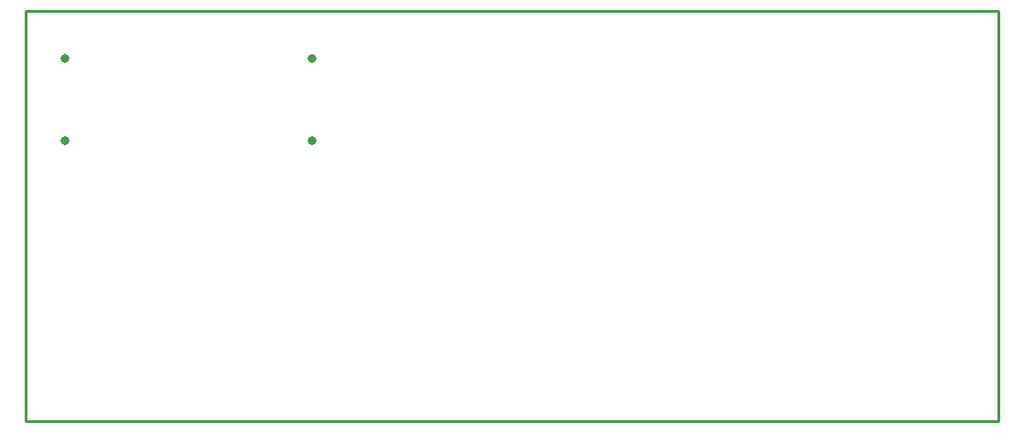
<source format=gbr>
G04 #@! TF.FileFunction,Soldermask,Bot*
%FSLAX46Y46*%
G04 Gerber Fmt 4.6, Leading zero omitted, Abs format (unit mm)*
G04 Created by KiCad (PCBNEW 4.0.2+dfsg1-stable) date  3.05.2016 (вт) 14:47:58 EEST*
%MOMM*%
G01*
G04 APERTURE LIST*
%ADD10C,0.600000*%
%ADD11C,0.254000*%
%ADD12C,0.801600*%
G04 APERTURE END LIST*
D10*
D11*
X60000000Y-42000000D02*
X60000000Y-80000000D01*
X150000000Y-42000000D02*
X60000000Y-42000000D01*
X150000000Y-80000000D02*
X150000000Y-42000000D01*
X60000000Y-80000000D02*
X150000000Y-80000000D01*
D12*
X63627000Y-46355000D03*
X86487000Y-46355000D03*
X63627000Y-54032000D03*
X86487000Y-54032000D03*
M02*

</source>
